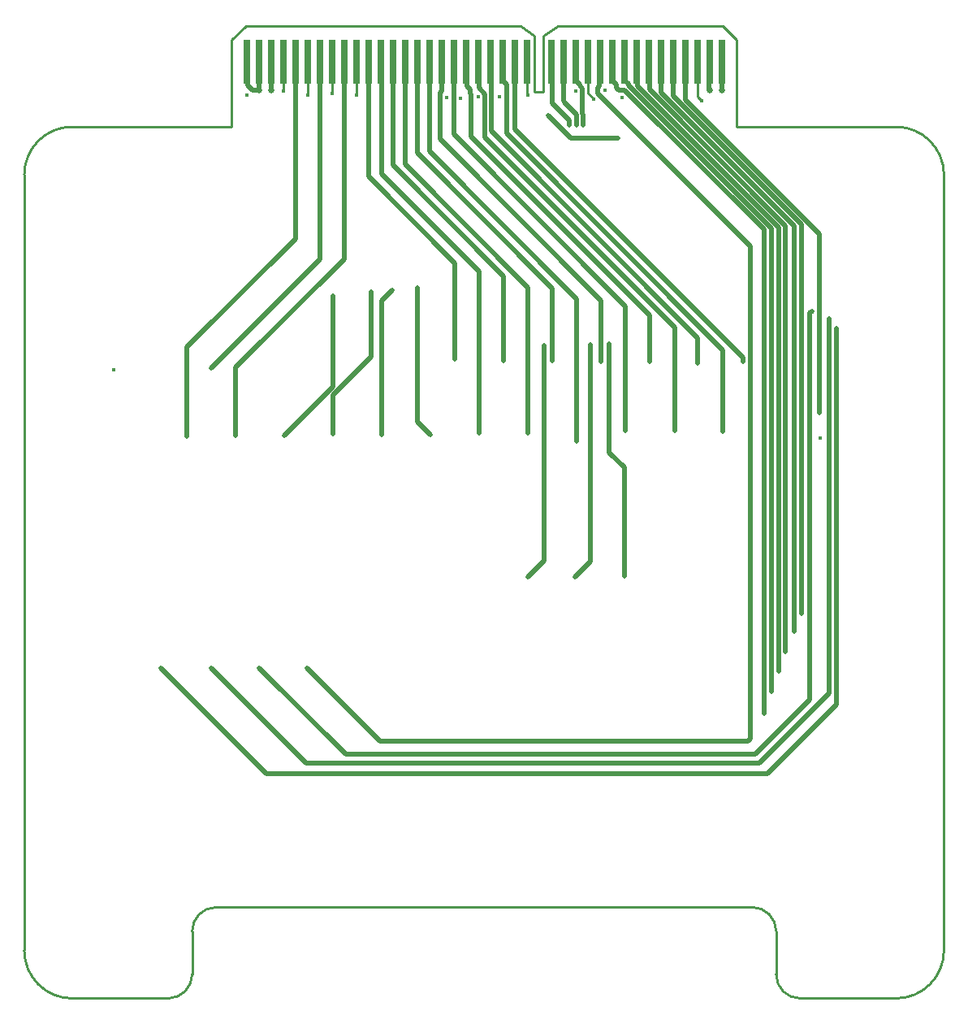
<source format=gbr>
G04*
G04 #@! TF.GenerationSoftware,Altium Limited,Altium Designer,22.11.1 (43)*
G04*
G04 Layer_Physical_Order=4*
G04 Layer_Color=16711680*
%FSLAX44Y44*%
%MOMM*%
G71*
G04*
G04 #@! TF.SameCoordinates,FC654CB9-28C8-48F1-B545-0E8A54867809*
G04*
G04*
G04 #@! TF.FilePolarity,Positive*
G04*
G01*
G75*
%ADD11C,0.2540*%
%ADD15R,0.6600X4.5720*%
%ADD20C,0.5000*%
%ADD21C,0.2930*%
%ADD22C,0.6350*%
%ADD23C,0.4440*%
D11*
X958850Y858050D02*
G03*
X908850Y908050I-50000J0D01*
G01*
X50000D02*
G03*
X0Y858050I0J-50000D01*
G01*
X908850Y0D02*
G03*
X958850Y50000I0J50000D01*
G01*
X783850Y70000D02*
G03*
X758850Y95000I-25000J0D01*
G01*
X783850Y25000D02*
G03*
X808850Y0I25000J0D01*
G01*
X200000Y95000D02*
G03*
X175000Y70000I0J-25000D01*
G01*
X150000Y0D02*
G03*
X175000Y25000I-0J25000D01*
G01*
X0Y50000D02*
G03*
X50000Y0I50000J0D01*
G01*
X541120Y1003230D02*
X556120Y1013230D01*
X541120Y944450D02*
Y1003230D01*
X532020Y944450D02*
X541120D01*
X532020Y1003230D02*
X532025Y944450D01*
X517020Y1013230D02*
X532020Y1003230D01*
X231020Y1013230D02*
X517020D01*
X216020Y998250D02*
X231020Y1013230D01*
X727820D02*
X742820Y998250D01*
X50000Y908050D02*
X216020D01*
X556120Y1013250D02*
X727820D01*
X742820Y908050D02*
Y998250D01*
X216020D02*
X216025Y908050D01*
X742820D02*
X908850D01*
X808850Y0D02*
X908850D01*
X200000Y95000D02*
X758850D01*
X783850Y25000D02*
Y70000D01*
X175000Y25000D02*
Y70000D01*
X958850Y50000D02*
Y858050D01*
X50000Y0D02*
X150000D01*
X0Y50000D02*
Y858050D01*
D15*
X523870Y976000D02*
D03*
X727070D02*
D03*
X714370D02*
D03*
X701670D02*
D03*
X688970D02*
D03*
X676270D02*
D03*
X663570D02*
D03*
X650870D02*
D03*
X638170D02*
D03*
X625470D02*
D03*
X612770D02*
D03*
X600070D02*
D03*
X587370D02*
D03*
X574670D02*
D03*
X561970D02*
D03*
X549270D02*
D03*
X511170D02*
D03*
X498470D02*
D03*
X485770D02*
D03*
X473070D02*
D03*
X460370D02*
D03*
X447670D02*
D03*
X434970D02*
D03*
X422270D02*
D03*
X409570D02*
D03*
X396870D02*
D03*
X384170D02*
D03*
X371470D02*
D03*
X358770D02*
D03*
X346070D02*
D03*
X333370D02*
D03*
X320670D02*
D03*
X307970D02*
D03*
X295270D02*
D03*
X282570D02*
D03*
X269870D02*
D03*
X257170D02*
D03*
X244470D02*
D03*
X231770D02*
D03*
D20*
X714185Y975815D02*
X714370Y976000D01*
X714185Y946185D02*
Y975815D01*
X714000Y946000D02*
X714185Y946185D01*
X617130Y948748D02*
X620059Y945819D01*
X617130Y948748D02*
Y952080D01*
X620059Y945819D02*
X626196D01*
X613570Y955640D02*
X617130Y952080D01*
X612770Y976000D02*
X613570Y975200D01*
Y955640D02*
Y975200D01*
X626196Y945819D02*
X771000Y801015D01*
X626270Y955640D02*
X626901D01*
X625470Y956440D02*
X626270Y955640D01*
X779000Y320000D02*
Y801882D01*
X625470Y956440D02*
Y976000D01*
X629830Y951052D02*
X779000Y801882D01*
X626901Y955640D02*
X629830Y952711D01*
Y951052D02*
Y952711D01*
X771000Y297000D02*
Y801015D01*
X638170Y976000D02*
X638970Y975200D01*
Y950779D02*
Y975200D01*
Y950779D02*
X786382Y803367D01*
X433220Y894985D02*
X601400Y726805D01*
X433220Y943890D02*
X434970Y945640D01*
Y976000D01*
X447740Y900260D02*
X627000Y721000D01*
X447670Y943709D02*
X447740Y943639D01*
Y900260D02*
Y943639D01*
X433220Y894985D02*
Y943890D01*
X786382Y341382D02*
Y803367D01*
X786260Y341260D02*
X786382Y341382D01*
X786260Y341000D02*
Y341260D01*
X829000Y610000D02*
Y796218D01*
X688970Y936248D02*
X829000Y796218D01*
X688970Y936248D02*
Y976000D01*
X678000Y591000D02*
Y699000D01*
X810260Y401000D02*
Y806091D01*
X676270Y940081D02*
Y976000D01*
Y940081D02*
X810260Y806091D01*
X727070Y946000D02*
Y976000D01*
X803000Y382000D02*
Y804484D01*
X663570Y943914D02*
X803000Y804484D01*
X663570Y943914D02*
Y976000D01*
X651670Y946947D02*
X793642Y804974D01*
Y361054D02*
Y804974D01*
X511170Y905830D02*
X749740Y667260D01*
X754071Y267700D02*
X757000Y270629D01*
X371000Y267700D02*
X754071D01*
X749740Y663200D02*
Y667260D01*
X597909Y943091D02*
X757000Y784000D01*
Y270629D02*
Y784000D01*
X847000Y306000D02*
Y698000D01*
X766159Y245000D02*
X839000Y317841D01*
Y708000D01*
X819000Y310841D02*
Y714000D01*
X821000Y716000D01*
X775000Y234000D02*
X847000Y306000D01*
X762159Y254000D02*
X819000Y310841D01*
X252000Y234000D02*
X775000D01*
X335000Y254000D02*
X762159D01*
X651670Y946947D02*
Y975200D01*
X650870Y976000D02*
X651670Y975200D01*
X294000Y245000D02*
X766159D01*
X294700Y344000D02*
X371000Y267700D01*
X142000Y344000D02*
X252000Y234000D01*
X245000Y344000D02*
X335000Y254000D01*
X195000Y344000D02*
X294000Y245000D01*
X486530Y903470D02*
X702000Y688000D01*
X480260Y896740D02*
X678000Y699000D01*
X511170Y905830D02*
Y976000D01*
X465740Y898260D02*
X652000Y712000D01*
X702000Y662000D02*
Y688000D01*
X652000Y663000D02*
Y712000D01*
X728600Y590400D02*
Y675400D01*
X502830Y901170D02*
X728600Y675400D01*
X502830Y901170D02*
Y952080D01*
X498470Y956440D02*
X502830Y952080D01*
X498470Y956440D02*
Y976000D01*
X465740Y898260D02*
Y942007D01*
X480260Y896740D02*
Y942007D01*
X599270Y950467D02*
Y975200D01*
X600070Y976000D01*
X597909Y949106D02*
X599270Y950467D01*
X597909Y943091D02*
Y949106D01*
X574000Y439000D02*
X590000Y455000D01*
X474000Y589000D02*
Y757000D01*
X410000Y601000D02*
X423800Y587200D01*
X499800Y664200D02*
Y752505D01*
X384170Y868135D02*
X499800Y752505D01*
X525400Y588600D02*
Y740600D01*
X396870Y869130D02*
X525400Y740600D01*
X372270Y858730D02*
X474000Y757000D01*
X542000Y456000D02*
Y680000D01*
X525000Y439000D02*
X542000Y456000D01*
X590000Y455000D02*
Y681000D01*
X322200Y587800D02*
Y628533D01*
X362000Y668333D01*
X271400Y586600D02*
X322000Y637200D01*
Y732000D01*
X627000Y591000D02*
Y721000D01*
X570089Y896000D02*
X619000D01*
X610000Y568764D02*
Y682000D01*
X625620Y439908D02*
Y553144D01*
X610000Y568764D02*
X625620Y553144D01*
X486530Y903470D02*
Y975240D01*
X601400Y663600D02*
Y726805D01*
X582660Y909740D02*
Y921080D01*
X546160Y919929D02*
X570089Y896000D01*
X568140Y909740D02*
Y914860D01*
X575400Y909740D02*
Y920942D01*
X550000Y933000D02*
X568140Y914860D01*
X564000Y932342D02*
X575400Y920942D01*
X581930Y921810D02*
X582660Y921080D01*
X581930Y921810D02*
Y948152D01*
X564000Y932342D02*
Y933000D01*
X561970Y935030D02*
X564000Y933000D01*
X561970Y935030D02*
Y976000D01*
X550000Y933000D02*
Y975270D01*
X576200Y580438D02*
Y728800D01*
X422270Y882730D02*
X576200Y728800D01*
X422270Y882730D02*
Y976000D01*
X464607Y943140D02*
X465740Y942007D01*
X461170Y950743D02*
Y975200D01*
X460370Y976000D02*
X461170Y975200D01*
X464607Y943140D02*
Y947306D01*
X461170Y950743D02*
X464607Y947306D01*
X579030Y951052D02*
X581930Y948152D01*
X579030Y951052D02*
Y952080D01*
X574670Y976000D02*
X575470Y975200D01*
Y955640D02*
Y975200D01*
Y955640D02*
X579030Y952080D01*
X550600Y664400D02*
Y739905D01*
X549270Y976000D02*
X550000Y975270D01*
X410000Y601000D02*
Y740000D01*
X373000Y586799D02*
Y727000D01*
X384000Y738000D01*
X485770Y976000D02*
X486530Y975240D01*
X473870Y948397D02*
Y955640D01*
X473070Y956440D02*
X473870Y955640D01*
X473070Y956440D02*
Y976000D01*
X473870Y948397D02*
X480260Y942007D01*
X447670Y943709D02*
Y976000D01*
X409570Y880935D02*
X550600Y739905D01*
X409570Y880935D02*
Y976000D01*
X396870Y869130D02*
Y976000D01*
X384170Y868135D02*
Y976000D01*
X372270Y858730D02*
Y975200D01*
X371470Y976000D02*
X372270Y975200D01*
X449000Y666000D02*
Y766105D01*
X358770Y856335D02*
Y976000D01*
Y856335D02*
X449000Y766105D01*
X362000Y668333D02*
Y736000D01*
X220600Y657600D02*
X333370Y770370D01*
Y976000D01*
X307970Y769970D02*
Y976000D01*
X195000Y657000D02*
X307970Y769970D01*
X220600Y586400D02*
Y657600D01*
X282570Y791570D02*
Y976000D01*
X169800Y678800D02*
X282570Y791570D01*
X169800Y585800D02*
Y678800D01*
X244470Y946000D02*
Y976000D01*
X231770D02*
X232570Y975200D01*
X244212Y946258D02*
X244470Y946000D01*
X232570Y951430D02*
X237742Y946258D01*
X244212D01*
X232570Y951430D02*
Y975200D01*
X257170Y946000D02*
Y976000D01*
D21*
X701670Y939739D02*
Y976000D01*
Y939739D02*
X706000Y935409D01*
Y935000D02*
Y935409D01*
X587370Y943229D02*
X593362Y937236D01*
X593497D01*
X587370Y943229D02*
Y976000D01*
X524695Y941000D02*
Y941408D01*
X523870Y942233D02*
X524695Y941408D01*
X523870Y942233D02*
Y976000D01*
X346070Y941000D02*
Y976000D01*
X320670Y942937D02*
Y976000D01*
X295270Y941000D02*
Y976000D01*
X269867Y945135D02*
X269869Y945136D01*
Y975999D01*
X269870Y976000D01*
D22*
X714370Y946000D02*
D03*
X727070Y946000D02*
D03*
X244470D02*
D03*
X257170D02*
D03*
D23*
X706000Y935000D02*
D03*
X623189Y938559D02*
D03*
X455000Y938000D02*
D03*
X440480Y938881D02*
D03*
X786260Y341000D02*
D03*
X829000Y610000D02*
D03*
X810260Y401000D02*
D03*
X678000Y591000D02*
D03*
X803000Y382000D02*
D03*
X793642Y361054D02*
D03*
X749740Y663200D02*
D03*
X771000Y297000D02*
D03*
X779000Y320000D02*
D03*
X847000Y698000D02*
D03*
X839000Y708000D02*
D03*
X821000Y716000D02*
D03*
X830200Y583800D02*
D03*
X605169Y946099D02*
D03*
X593497Y937236D02*
D03*
X574000Y439000D02*
D03*
X294700Y344000D02*
D03*
X245000D02*
D03*
X728600Y590400D02*
D03*
X195000Y344000D02*
D03*
X423800Y587200D02*
D03*
X499800Y664200D02*
D03*
X142000Y344000D02*
D03*
X652000Y663000D02*
D03*
X619000Y896000D02*
D03*
X610000Y682000D02*
D03*
X627000Y591000D02*
D03*
X625620Y439908D02*
D03*
X590000Y681000D02*
D03*
X601400Y663600D02*
D03*
X582660Y909740D02*
D03*
X568140D02*
D03*
X575400D02*
D03*
X546160Y919929D02*
D03*
X542000Y680000D02*
D03*
X525000Y439000D02*
D03*
X574595Y945220D02*
D03*
X576200Y580438D02*
D03*
X550600Y664400D02*
D03*
X524695Y941000D02*
D03*
X410000Y740000D02*
D03*
X384000Y738000D02*
D03*
X495000Y939000D02*
D03*
X702000Y662000D02*
D03*
X473000Y939000D02*
D03*
X525400Y588600D02*
D03*
X474000Y589000D02*
D03*
X346070Y941000D02*
D03*
X449000Y666000D02*
D03*
X373000Y586799D02*
D03*
X362000Y736000D02*
D03*
X322200Y587800D02*
D03*
X320670Y942937D02*
D03*
X322000Y732000D02*
D03*
X295270Y941000D02*
D03*
X271400Y586600D02*
D03*
X220600Y586400D02*
D03*
X195000Y657000D02*
D03*
X269867Y945135D02*
D03*
X169800Y585800D02*
D03*
X93400Y654600D02*
D03*
X231770Y941000D02*
D03*
M02*

</source>
